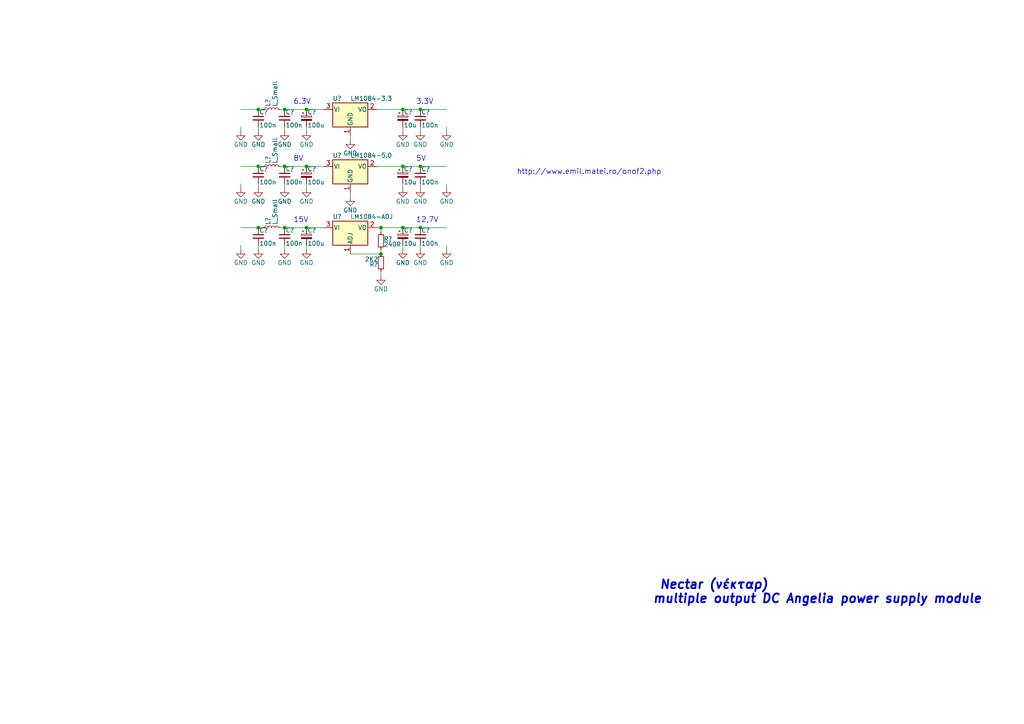
<source format=kicad_sch>
(kicad_sch (version 20230121) (generator eeschema)
  (paper "A4")
  (lib_symbols
    (symbol "nectar-rescue:CP_Small" (pin_numbers hide) (pin_names (offset 0.254) hide)
      (property "Reference" "C" (at 0.254 1.778 0))
      (property "Value" "CP_Small" (at 0.254 -2.032 0))
      (symbol "CP_Small_0_1"
        (rectangle (start -1.524 -0.3048) (end 1.524 -0.6858) (fill (type outline)))
        (rectangle (start -1.524 0.6858) (end 1.524 0.3048))
        (polyline (pts (xy -1.27 1.524) (xy -0.762 1.524)))
        (polyline (pts (xy -1.016 1.27) (xy -1.016 1.778)))
      )
      (symbol "CP_Small_1_1"
        (pin passive line (at 0 2.54 270) (length 1.8542) (name "~") (number "1"))
        (pin passive line (at 0 -2.54 90) (length 1.8542) (name "~") (number "2"))
      )
    )
    (symbol "nectar-rescue:C_Small" (pin_numbers hide) (pin_names (offset 0.254) hide)
      (property "Reference" "C" (at 0.254 1.778 0))
      (property "Value" "C_Small" (at 0.254 -2.032 0))
      (symbol "C_Small_0_1"
        (polyline (pts (xy -1.524 -0.508) (xy 1.524 -0.508)) (stroke (width 0.3302)))
        (polyline (pts (xy -1.524 0.508) (xy 1.524 0.508)) (stroke (width 0.3048)))
      )
      (symbol "C_Small_1_1"
        (pin passive line (at 0 2.54 270) (length 2.032) (name "~") (number "1"))
        (pin passive line (at 0 -2.54 90) (length 2.032) (name "~") (number "2"))
      )
    )
    (symbol "nectar-rescue:GND" (power) (pin_names (offset 0))
      (property "Value" "GND" (at 0 -3.81 0))
      (symbol "GND_0_1"
        (polyline (pts (xy 0 0) (xy 0 -1.27) (xy 1.27 -1.27) (xy 0 -2.54) (xy -1.27 -1.27) (xy 0 -1.27)))
      )
      (symbol "GND_1_1"
        (pin power_in line (at 0 0 270) (length 0) hide (name "GND") (number "1"))
      )
    )
    (symbol "nectar-rescue:LM1084-3.3" (pin_names (offset 0.254))
      (property "Reference" "U" (at -3.81 3.175 0))
      (property "Value" "LM1084-3.3" (at 0 3.175 0))
      (symbol "LM1084-3.3_0_1"
        (rectangle (start -5.08 1.905) (end 5.08 -5.08) (stroke (width 0.254)) (fill (type background)))
      )
      (symbol "LM1084-3.3_1_1"
        (pin power_in line (at 0 -7.62 90) (length 2.54) (name "GND") (number "1"))
        (pin power_out line (at 7.62 0 180) (length 2.54) (name "VO") (number "2"))
        (pin power_in line (at -7.62 0 0) (length 2.54) (name "VI") (number "3"))
      )
    )
    (symbol "nectar-rescue:LM1084-5.0" (pin_names (offset 0.254))
      (property "Reference" "U" (at -3.81 3.175 0))
      (property "Value" "LM1084-5.0" (at 0 3.175 0))
      (symbol "LM1084-5.0_0_1"
        (rectangle (start -5.08 1.905) (end 5.08 -5.08) (stroke (width 0.254)) (fill (type background)))
      )
      (symbol "LM1084-5.0_1_1"
        (pin power_in line (at 0 -7.62 90) (length 2.54) (name "GND") (number "1"))
        (pin power_out line (at 7.62 0 180) (length 2.54) (name "VO") (number "2"))
        (pin power_in line (at -7.62 0 0) (length 2.54) (name "VI") (number "3"))
      )
    )
    (symbol "nectar-rescue:LM1084-ADJ" (pin_names (offset 0.254))
      (property "Reference" "U" (at -3.81 3.175 0))
      (property "Value" "LM1084-ADJ" (at 0 3.175 0))
      (symbol "LM1084-ADJ_0_1"
        (rectangle (start -5.08 1.905) (end 5.08 -5.08) (stroke (width 0.254)) (fill (type background)))
      )
      (symbol "LM1084-ADJ_1_1"
        (pin input line (at 0 -7.62 90) (length 2.54) (name "ADJ") (number "1"))
        (pin power_out line (at 7.62 0 180) (length 2.54) (name "VO") (number "2"))
        (pin power_in line (at -7.62 0 0) (length 2.54) (name "VI") (number "3"))
      )
    )
    (symbol "nectar-rescue:L_Small" (pin_numbers hide) (pin_names (offset 0.254) hide)
      (property "Reference" "L" (at 0.762 1.016 0))
      (property "Value" "L_Small" (at 0.762 -1.016 0))
      (symbol "L_Small_0_1"
        (arc (start 0 -2.032) (mid 0.5058 -1.524) (end 0 -1.016))
        (arc (start 0 -1.016) (mid 0.5058 -0.508) (end 0 0))
        (arc (start 0 0) (mid 0.5058 0.508) (end 0 1.016))
        (arc (start 0 1.016) (mid 0.5058 1.524) (end 0 2.032))
      )
      (symbol "L_Small_1_1"
        (pin passive line (at 0 2.54 270) (length 0.508) (name "~") (number "1"))
        (pin passive line (at 0 -2.54 90) (length 0.508) (name "~") (number "2"))
      )
    )
    (symbol "nectar-rescue:R_Small" (pin_numbers hide) (pin_names (offset 0.254) hide)
      (property "Reference" "R" (at 0.762 0.508 0))
      (property "Value" "R_Small" (at 0.762 -1.016 0))
      (symbol "R_Small_0_1"
        (rectangle (start -0.762 1.778) (end 0.762 -1.778) (stroke (width 0.2032)))
      )
      (symbol "R_Small_1_1"
        (pin passive line (at 0 2.54 270) (length 0.762) (name "~") (number "1"))
        (pin passive line (at 0 -2.54 90) (length 0.762) (name "~") (number "2"))
      )
    )
  )
  (junction (at 82.55 31.75))
  (junction (at 88.9 31.75))
  (junction (at 88.9 66.04))
  (junction (at 74.93 31.75))
  (junction (at 74.93 48.26))
  (junction (at 110.49 66.04))
  (junction (at 88.9 48.26))
  (junction (at 116.84 48.26))
  (junction (at 121.92 31.75))
  (junction (at 82.55 48.26))
  (junction (at 74.93 66.04))
  (junction (at 116.84 31.75))
  (junction (at 121.92 48.26))
  (junction (at 116.84 66.04))
  (junction (at 121.92 66.04))
  (junction (at 110.49 73.66))
  (junction (at 82.55 66.04))
  (wire (pts (xy 81.28 48.26) (xy 82.55 48.26)))
  (wire (pts (xy 116.84 54.61) (xy 116.84 53.34)))
  (wire (pts (xy 74.93 72.39) (xy 74.93 71.12)))
  (wire (pts (xy 88.9 31.75) (xy 93.98 31.75)))
  (wire (pts (xy 69.85 31.75) (xy 74.93 31.75)))
  (wire (pts (xy 121.92 72.39) (xy 121.92 71.12)))
  (wire (pts (xy 88.9 38.1) (xy 88.9 36.83)))
  (wire (pts (xy 110.49 72.39) (xy 110.49 73.66)))
  (wire (pts (xy 74.93 54.61) (xy 74.93 53.34)))
  (wire (pts (xy 121.92 66.04) (xy 129.54 66.04)))
  (wire (pts (xy 74.93 48.26) (xy 76.2 48.26)))
  (wire (pts (xy 109.22 66.04) (xy 110.49 66.04)))
  (wire (pts (xy 69.85 66.04) (xy 74.93 66.04)))
  (wire (pts (xy 82.55 72.39) (xy 82.55 71.12)))
  (wire (pts (xy 82.55 66.04) (xy 88.9 66.04)))
  (wire (pts (xy 110.49 66.04) (xy 110.49 67.31)))
  (wire (pts (xy 101.6 40.64) (xy 101.6 39.37)))
  (wire (pts (xy 74.93 38.1) (xy 74.93 36.83)))
  (wire (pts (xy 129.54 72.39) (xy 129.54 71.12)))
  (wire (pts (xy 88.9 48.26) (xy 93.98 48.26)))
  (wire (pts (xy 109.22 31.75) (xy 116.84 31.75)))
  (wire (pts (xy 121.92 31.75) (xy 129.54 31.75)))
  (wire (pts (xy 81.28 31.75) (xy 82.55 31.75)))
  (wire (pts (xy 121.92 48.26) (xy 129.54 48.26)))
  (wire (pts (xy 116.84 72.39) (xy 116.84 71.12)))
  (wire (pts (xy 88.9 72.39) (xy 88.9 71.12)))
  (wire (pts (xy 88.9 66.04) (xy 93.98 66.04)))
  (wire (pts (xy 116.84 38.1) (xy 116.84 36.83)))
  (wire (pts (xy 74.93 66.04) (xy 76.2 66.04)))
  (wire (pts (xy 121.92 38.1) (xy 121.92 36.83)))
  (wire (pts (xy 101.6 57.15) (xy 101.6 55.88)))
  (wire (pts (xy 88.9 54.61) (xy 88.9 53.34)))
  (wire (pts (xy 116.84 31.75) (xy 121.92 31.75)))
  (wire (pts (xy 69.85 38.1) (xy 69.85 36.83)))
  (wire (pts (xy 110.49 66.04) (xy 116.84 66.04)))
  (wire (pts (xy 69.85 48.26) (xy 74.93 48.26)))
  (wire (pts (xy 116.84 48.26) (xy 121.92 48.26)))
  (wire (pts (xy 116.84 66.04) (xy 121.92 66.04)))
  (wire (pts (xy 81.28 66.04) (xy 82.55 66.04)))
  (wire (pts (xy 109.22 48.26) (xy 116.84 48.26)))
  (wire (pts (xy 129.54 54.61) (xy 129.54 53.34)))
  (wire (pts (xy 82.55 48.26) (xy 88.9 48.26)))
  (wire (pts (xy 69.85 54.61) (xy 69.85 53.34)))
  (wire (pts (xy 69.85 72.39) (xy 69.85 71.12)))
  (wire (pts (xy 129.54 38.1) (xy 129.54 36.83)))
  (wire (pts (xy 121.92 54.61) (xy 121.92 53.34)))
  (wire (pts (xy 82.55 54.61) (xy 82.55 53.34)))
  (wire (pts (xy 110.49 73.66) (xy 101.6 73.66)))
  (wire (pts (xy 82.55 31.75) (xy 88.9 31.75)))
  (wire (pts (xy 74.93 31.75) (xy 76.2 31.75)))
  (wire (pts (xy 110.49 80.01) (xy 110.49 78.74)))
  (wire (pts (xy 82.55 38.1) (xy 82.55 36.83)))
  (text "15V" (at 85.09 64.77 0) (effects (font (size 1.524 1.524)) (justify left bottom)))
  (text "http://www.emil.matei.ro/onof2.php" (at 149.86 50.8 0) (effects (font (size 1.524 1.524)) (justify left bottom)))
  (text "5V\n" (at 120.65 46.99 0) (effects (font (size 1.524 1.524)) (justify left bottom)))
  (text " Nectar (νέκταρ)\nmultiple output DC Angelia power supply module\n" (at 189.23 175.26 0) (effects (font (size 2.54 2.54) (thickness 0.508) bold italic) (justify left bottom)))
  (text "3.3V" (at 120.65 30.48 0) (effects (font (size 1.524 1.524)) (justify left bottom)))
  (text "12,7V\n" (at 120.65 64.77 0) (effects (font (size 1.524 1.524)) (justify left bottom)))
  (text "6.3V" (at 85.09 30.48 0) (effects (font (size 1.524 1.524)) (justify left bottom)))
  (text "8V" (at 85.09 46.99 0) (effects (font (size 1.524 1.524)) (justify left bottom)))
  (symbol (lib_id "nectar-rescue:LM1084-3.3") (at 101.6 31.75 0) (unit 1)
    (property "Reference" "U?" (at 97.79 28.575 0))
    (property "Value" "LM1084-3.3" (at 101.6 28.575 0) (effects (justify left)))
  )
  (symbol (lib_id "nectar-rescue:LM1084-5.0") (at 101.6 48.26 0) (unit 1)
    (property "Reference" "U?" (at 97.79 45.085 0))
    (property "Value" "LM1084-5.0" (at 101.6 45.085 0) (effects (justify left)))
  )
  (symbol (lib_id "nectar-rescue:LM1084-ADJ") (at 101.6 66.04 0) (unit 1)
    (property "Reference" "U?" (at 97.79 62.865 0))
    (property "Value" "LM1084-ADJ" (at 101.6 62.865 0) (effects (justify left)))
  )
  (symbol (lib_id "nectar-rescue:R_Small") (at 110.49 69.85 0) (unit 1)
    (property "Reference" "R?" (at 111.252 69.342 0) (effects (justify left)))
    (property "Value" "240R" (at 111.252 70.866 0) (effects (justify left)))
  )
  (symbol (lib_id "nectar-rescue:R_Small") (at 110.49 76.2 180) (unit 1)
    (property "Reference" "R?" (at 109.728 76.708 0) (effects (justify left)))
    (property "Value" "2K2" (at 109.728 75.184 0) (effects (justify left)))
  )
  (symbol (lib_id "nectar-rescue:GND") (at 110.49 80.01 0) (unit 1)
    (property "Reference" "#PWR?" (effects hide))
    (property "Value" "GND" (at 110.49 83.82 0))
  )
  (symbol (lib_id "nectar-rescue:GND") (at 101.6 57.15 0) (unit 1)
    (property "Reference" "#PWR?" (effects hide))
    (property "Value" "GND" (at 101.6 60.96 0))
  )
  (symbol (lib_id "nectar-rescue:GND") (at 101.6 40.64 0) (unit 1)
    (property "Reference" "#PWR?" (effects hide))
    (property "Value" "GND" (at 101.6 44.45 0))
  )
  (symbol (lib_id "nectar-rescue:CP_Small") (at 116.84 68.58 0) (unit 1)
    (property "Reference" "C?" (at 117.094 66.802 0) (effects (justify left)))
    (property "Value" "10u" (at 117.094 70.612 0) (effects (justify left)))
  )
  (symbol (lib_id "nectar-rescue:CP_Small") (at 88.9 68.58 0) (unit 1)
    (property "Reference" "C?" (at 89.154 66.802 0) (effects (justify left)))
    (property "Value" "100u" (at 89.154 70.612 0) (effects (justify left)))
  )
  (symbol (lib_id "nectar-rescue:C_Small") (at 121.92 68.58 0) (unit 1)
    (property "Reference" "C?" (at 122.174 66.802 0) (effects (justify left)))
    (property "Value" "100n" (at 122.174 70.612 0) (effects (justify left)))
  )
  (symbol (lib_id "nectar-rescue:GND") (at 88.9 72.39 0) (unit 1)
    (property "Reference" "#PWR?" (effects hide))
    (property "Value" "GND" (at 88.9 76.2 0))
  )
  (symbol (lib_id "nectar-rescue:GND") (at 116.84 72.39 0) (unit 1)
    (property "Reference" "#PWR?" (effects hide))
    (property "Value" "GND" (at 116.84 76.2 0))
  )
  (symbol (lib_id "nectar-rescue:GND") (at 121.92 72.39 0) (unit 1)
    (property "Reference" "#PWR?" (effects hide))
    (property "Value" "GND" (at 121.92 76.2 0))
  )
  (symbol (lib_id "nectar-rescue:CP_Small") (at 116.84 50.8 0) (unit 1)
    (property "Reference" "C?" (at 117.094 49.022 0) (effects (justify left)))
    (property "Value" "10u" (at 117.094 52.832 0) (effects (justify left)))
  )
  (symbol (lib_id "nectar-rescue:CP_Small") (at 88.9 50.8 0) (unit 1)
    (property "Reference" "C?" (at 89.154 49.022 0) (effects (justify left)))
    (property "Value" "100u" (at 89.154 52.832 0) (effects (justify left)))
  )
  (symbol (lib_id "nectar-rescue:C_Small") (at 121.92 50.8 0) (unit 1)
    (property "Reference" "C?" (at 122.174 49.022 0) (effects (justify left)))
    (property "Value" "100n" (at 122.174 52.832 0) (effects (justify left)))
  )
  (symbol (lib_id "nectar-rescue:GND") (at 88.9 54.61 0) (unit 1)
    (property "Reference" "#PWR?" (effects hide))
    (property "Value" "GND" (at 88.9 58.42 0))
  )
  (symbol (lib_id "nectar-rescue:GND") (at 116.84 54.61 0) (unit 1)
    (property "Reference" "#PWR?" (effects hide))
    (property "Value" "GND" (at 116.84 58.42 0))
  )
  (symbol (lib_id "nectar-rescue:GND") (at 121.92 54.61 0) (unit 1)
    (property "Reference" "#PWR?" (effects hide))
    (property "Value" "GND" (at 121.92 58.42 0))
  )
  (symbol (lib_id "nectar-rescue:CP_Small") (at 116.84 34.29 0) (unit 1)
    (property "Reference" "C?" (at 117.094 32.512 0) (effects (justify left)))
    (property "Value" "10u" (at 117.094 36.322 0) (effects (justify left)))
  )
  (symbol (lib_id "nectar-rescue:CP_Small") (at 88.9 34.29 0) (unit 1)
    (property "Reference" "C?" (at 89.154 32.512 0) (effects (justify left)))
    (property "Value" "100u" (at 89.154 36.322 0) (effects (justify left)))
  )
  (symbol (lib_id "nectar-rescue:C_Small") (at 121.92 34.29 0) (unit 1)
    (property "Reference" "C?" (at 122.174 32.512 0) (effects (justify left)))
    (property "Value" "100n" (at 122.174 36.322 0) (effects (justify left)))
  )
  (symbol (lib_id "nectar-rescue:GND") (at 88.9 38.1 0) (unit 1)
    (property "Reference" "#PWR?" (effects hide))
    (property "Value" "GND" (at 88.9 41.91 0))
  )
  (symbol (lib_id "nectar-rescue:GND") (at 116.84 38.1 0) (unit 1)
    (property "Reference" "#PWR?" (effects hide))
    (property "Value" "GND" (at 116.84 41.91 0))
  )
  (symbol (lib_id "nectar-rescue:GND") (at 121.92 38.1 0) (unit 1)
    (property "Reference" "#PWR?" (effects hide))
    (property "Value" "GND" (at 121.92 41.91 0))
  )
  (symbol (lib_id "nectar-rescue:GND") (at 129.54 54.61 0) (unit 1)
    (property "Reference" "#PWR?" (effects hide))
    (property "Value" "GND" (at 129.54 58.42 0))
  )
  (symbol (lib_id "nectar-rescue:GND") (at 129.54 72.39 0) (unit 1)
    (property "Reference" "#PWR?" (effects hide))
    (property "Value" "GND" (at 129.54 76.2 0))
  )
  (symbol (lib_id "nectar-rescue:GND") (at 129.54 38.1 0) (unit 1)
    (property "Reference" "#PWR?" (effects hide))
    (property "Value" "GND" (at 129.54 41.91 0))
  )
  (symbol (lib_id "nectar-rescue:L_Small") (at 78.74 48.26 90) (unit 1)
    (property "Reference" "L?" (at 77.724 47.498 0) (effects (justify left)))
    (property "Value" "L_Small" (at 79.756 47.498 0) (effects (justify left)))
  )
  (symbol (lib_id "nectar-rescue:C_Small") (at 82.55 50.8 0) (unit 1)
    (property "Reference" "C?" (at 82.804 49.022 0) (effects (justify left)))
    (property "Value" "100n" (at 82.804 52.832 0) (effects (justify left)))
  )
  (symbol (lib_id "nectar-rescue:GND") (at 82.55 54.61 0) (unit 1)
    (property "Reference" "#PWR?" (effects hide))
    (property "Value" "GND" (at 82.55 58.42 0))
  )
  (symbol (lib_id "nectar-rescue:C_Small") (at 74.93 50.8 0) (unit 1)
    (property "Reference" "C?" (at 75.184 49.022 0) (effects (justify left)))
    (property "Value" "100n" (at 75.184 52.832 0) (effects (justify left)))
  )
  (symbol (lib_id "nectar-rescue:GND") (at 74.93 54.61 0) (unit 1)
    (property "Reference" "#PWR?" (effects hide))
    (property "Value" "GND" (at 74.93 58.42 0))
  )
  (symbol (lib_id "nectar-rescue:L_Small") (at 78.74 31.75 90) (unit 1)
    (property "Reference" "L?" (at 77.724 30.988 0) (effects (justify left)))
    (property "Value" "L_Small" (at 79.756 30.988 0) (effects (justify left)))
  )
  (symbol (lib_id "nectar-rescue:C_Small") (at 82.55 34.29 0) (unit 1)
    (property "Reference" "C?" (at 82.804 32.512 0) (effects (justify left)))
    (property "Value" "100n" (at 82.804 36.322 0) (effects (justify left)))
  )
  (symbol (lib_id "nectar-rescue:GND") (at 82.55 38.1 0) (unit 1)
    (property "Reference" "#PWR?" (effects hide))
    (property "Value" "GND" (at 82.55 41.91 0))
  )
  (symbol (lib_id "nectar-rescue:C_Small") (at 74.93 34.29 0) (unit 1)
    (property "Reference" "C?" (at 75.184 32.512 0) (effects (justify left)))
    (property "Value" "100n" (at 75.184 36.322 0) (effects (justify left)))
  )
  (symbol (lib_id "nectar-rescue:GND") (at 74.93 38.1 0) (unit 1)
    (property "Reference" "#PWR?" (effects hide))
    (property "Value" "GND" (at 74.93 41.91 0))
  )
  (symbol (lib_id "nectar-rescue:L_Small") (at 78.74 66.04 90) (unit 1)
    (property "Reference" "L?" (at 77.724 65.278 0) (effects (justify left)))
    (property "Value" "L_Small" (at 79.756 65.278 0) (effects (justify left)))
  )
  (symbol (lib_id "nectar-rescue:C_Small") (at 82.55 68.58 0) (unit 1)
    (property "Reference" "C?" (at 82.804 66.802 0) (effects (justify left)))
    (property "Value" "100n" (at 82.804 70.612 0) (effects (justify left)))
  )
  (symbol (lib_id "nectar-rescue:GND") (at 82.55 72.39 0) (unit 1)
    (property "Reference" "#PWR?" (effects hide))
    (property "Value" "GND" (at 82.55 76.2 0))
  )
  (symbol (lib_id "nectar-rescue:C_Small") (at 74.93 68.58 0) (unit 1)
    (property "Reference" "C?" (at 75.184 66.802 0) (effects (justify left)))
    (property "Value" "100n" (at 75.184 70.612 0) (effects (justify left)))
  )
  (symbol (lib_id "nectar-rescue:GND") (at 74.93 72.39 0) (unit 1)
    (property "Reference" "#PWR?" (effects hide))
    (property "Value" "GND" (at 74.93 76.2 0))
  )
  (symbol (lib_id "nectar-rescue:GND") (at 69.85 54.61 0) (unit 1)
    (property "Reference" "#PWR?" (effects hide))
    (property "Value" "GND" (at 69.85 58.42 0))
  )
  (symbol (lib_id "nectar-rescue:GND") (at 69.85 72.39 0) (unit 1)
    (property "Reference" "#PWR?" (effects hide))
    (property "Value" "GND" (at 69.85 76.2 0))
  )
  (symbol (lib_id "nectar-rescue:GND") (at 69.85 38.1 0) (unit 1)
    (property "Reference" "#PWR?" (effects hide))
    (property "Value" "GND" (at 69.85 41.91 0))
  )
)
</source>
